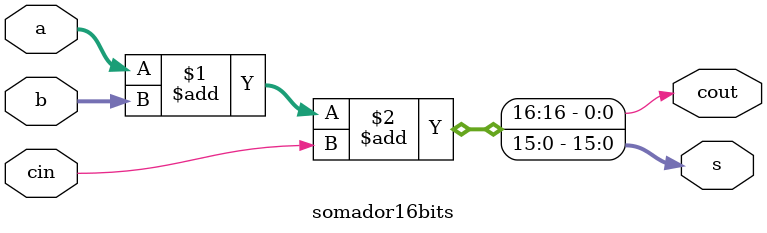
<source format=v>




module somador16bits (a, b, cin, s, cout);
	
	input [15:0] a, b;
	input cin;
	output [15:0] s;
	output cout;
	
	
	assign {cout,s} = a + b + cin;
	


endmodule
</source>
